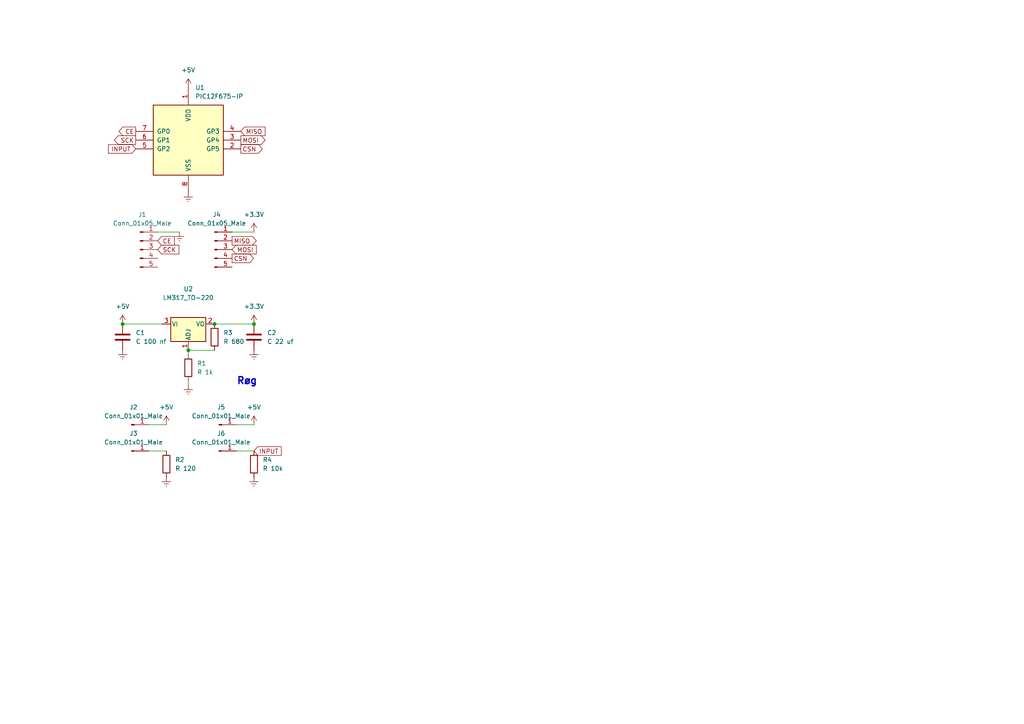
<source format=kicad_sch>
(kicad_sch (version 20230121) (generator eeschema)
  (paper "A4")
  (lib_symbols
    (symbol "Connector:Conn_01x01_Male" (pin_names (offset 1.016) hide)
      (property "Reference" "J" (at 0 2.54 0))
      (property "Value" "Conn_01x01_Male" (at 0 -2.54 0))
      (symbol "Conn_01x01_Male_1_1"
        (polyline (pts (xy 1.27 0) (xy 0.8636 0)) (stroke (width 0.1524)))
        (rectangle (start 0.8636 0.127) (end 0 -0.127) (stroke (width 0.1524)) (fill (type outline)))
        (pin passive line (at 5.08 0 180) (length 3.81) (name "Pin_1") (number "1"))
      )
    )
    (symbol "Connector:Conn_01x05_Male" (pin_names (offset 1.016) hide)
      (property "Reference" "J" (at 0 7.62 0))
      (property "Value" "Conn_01x05_Male" (at 0 -7.62 0))
      (symbol "Conn_01x05_Male_1_1"
        (polyline (pts (xy 1.27 -5.08) (xy 0.8636 -5.08)) (stroke (width 0.1524)))
        (polyline (pts (xy 1.27 -2.54) (xy 0.8636 -2.54)) (stroke (width 0.1524)))
        (polyline (pts (xy 1.27 0) (xy 0.8636 0)) (stroke (width 0.1524)))
        (polyline (pts (xy 1.27 2.54) (xy 0.8636 2.54)) (stroke (width 0.1524)))
        (polyline (pts (xy 1.27 5.08) (xy 0.8636 5.08)) (stroke (width 0.1524)))
        (rectangle (start 0.8636 -4.953) (end 0 -5.207) (stroke (width 0.1524)) (fill (type outline)))
        (rectangle (start 0.8636 -2.413) (end 0 -2.667) (stroke (width 0.1524)) (fill (type outline)))
        (rectangle (start 0.8636 0.127) (end 0 -0.127) (stroke (width 0.1524)) (fill (type outline)))
        (rectangle (start 0.8636 2.667) (end 0 2.413) (stroke (width 0.1524)) (fill (type outline)))
        (rectangle (start 0.8636 5.207) (end 0 4.953) (stroke (width 0.1524)) (fill (type outline)))
        (pin passive line (at 5.08 5.08 180) (length 3.81) (name "Pin_1") (number "1"))
        (pin passive line (at 5.08 2.54 180) (length 3.81) (name "Pin_2") (number "2"))
        (pin passive line (at 5.08 0 180) (length 3.81) (name "Pin_3") (number "3"))
        (pin passive line (at 5.08 -2.54 180) (length 3.81) (name "Pin_4") (number "4"))
        (pin passive line (at 5.08 -5.08 180) (length 3.81) (name "Pin_5") (number "5"))
      )
    )
    (symbol "Device:C" (pin_numbers hide) (pin_names (offset 0.254))
      (property "Reference" "C" (at 0.635 2.54 0))
      (property "Value" "C" (at 0.635 -2.54 0))
      (symbol "C_0_1"
        (polyline (pts (xy -2.032 -0.762) (xy 2.032 -0.762)) (stroke (width 0.508)))
        (polyline (pts (xy -2.032 0.762) (xy 2.032 0.762)) (stroke (width 0.508)))
      )
      (symbol "C_1_1"
        (pin passive line (at 0 3.81 270) (length 2.794) (name "~") (number "1"))
        (pin passive line (at 0 -3.81 90) (length 2.794) (name "~") (number "2"))
      )
    )
    (symbol "Device:R" (pin_numbers hide) (pin_names (offset 0))
      (property "Reference" "R" (at 2.032 0 90))
      (property "Value" "R" (at 0 0 90))
      (symbol "R_0_1"
        (rectangle (start -1.016 -2.54) (end 1.016 2.54) (stroke (width 0.254)))
      )
      (symbol "R_1_1"
        (pin passive line (at 0 3.81 270) (length 1.27) (name "~") (number "1"))
        (pin passive line (at 0 -3.81 90) (length 1.27) (name "~") (number "2"))
      )
    )
    (symbol "MCU_Microchip_PIC12:PIC12F675-IP" (pin_names (offset 1.016))
      (property "Reference" "U" (at 1.27 13.97 0))
      (property "Value" "PIC12F675-IP" (at 1.27 11.43 0))
      (symbol "PIC12F675-IP_0_1"
        (rectangle (start 10.16 -10.16) (end -10.16 10.16) (stroke (width 0.254)) (fill (type background)))
      )
      (symbol "PIC12F675-IP_1_1"
        (pin power_in line (at 0 15.24 270) (length 5.08) (name "VDD") (number "1"))
        (pin bidirectional line (at 15.24 -2.54 180) (length 5.08) (name "GP5") (number "2"))
        (pin bidirectional line (at 15.24 0 180) (length 5.08) (name "GP4") (number "3"))
        (pin input line (at 15.24 2.54 180) (length 5.08) (name "GP3") (number "4"))
        (pin bidirectional line (at -15.24 -2.54 0) (length 5.08) (name "GP2") (number "5"))
        (pin bidirectional line (at -15.24 0 0) (length 5.08) (name "GP1") (number "6"))
        (pin bidirectional line (at -15.24 2.54 0) (length 5.08) (name "GP0") (number "7"))
        (pin power_in line (at 0 -15.24 90) (length 5.08) (name "VSS") (number "8"))
      )
    )
    (symbol "Regulator_Linear:LM317_TO-220" (pin_names (offset 0.254))
      (property "Reference" "U" (at -3.81 3.175 0))
      (property "Value" "LM317_TO-220" (at 0 3.175 0))
      (symbol "LM317_TO-220_0_1"
        (rectangle (start -5.08 1.905) (end 5.08 -5.08) (stroke (width 0.254)) (fill (type background)))
      )
      (symbol "LM317_TO-220_1_1"
        (pin input line (at 0 -7.62 90) (length 2.54) (name "ADJ") (number "1"))
        (pin power_out line (at 7.62 0 180) (length 2.54) (name "VO") (number "2"))
        (pin power_in line (at -7.62 0 0) (length 2.54) (name "VI") (number "3"))
      )
    )
    (symbol "power:+3.3V" (power) (pin_names (offset 0))
      (property "Value" "+3.3V" (at 0 3.556 0))
      (symbol "+3.3V_0_1"
        (polyline (pts (xy -0.762 1.27) (xy 0 2.54)))
        (polyline (pts (xy 0 0) (xy 0 2.54)))
        (polyline (pts (xy 0 2.54) (xy 0.762 1.27)))
      )
      (symbol "+3.3V_1_1"
        (pin power_in line (at 0 0 90) (length 0) hide (name "+3.3V") (number "1"))
      )
    )
    (symbol "power:+5V" (power) (pin_names (offset 0))
      (property "Value" "+5V" (at 0 3.556 0))
      (symbol "+5V_0_1"
        (polyline (pts (xy -0.762 1.27) (xy 0 2.54)))
        (polyline (pts (xy 0 0) (xy 0 2.54)))
        (polyline (pts (xy 0 2.54) (xy 0.762 1.27)))
      )
      (symbol "+5V_1_1"
        (pin power_in line (at 0 0 90) (length 0) hide (name "+5V") (number "1"))
      )
    )
    (symbol "power:Earth" (power) (pin_names (offset 0))
      (symbol "Earth_0_1"
        (polyline (pts (xy -0.635 -1.905) (xy 0.635 -1.905)))
        (polyline (pts (xy -0.127 -2.54) (xy 0.127 -2.54)))
        (polyline (pts (xy 0 -1.27) (xy 0 0)))
        (polyline (pts (xy 1.27 -1.27) (xy -1.27 -1.27)))
      )
      (symbol "Earth_1_1"
        (pin power_in line (at 0 0 270) (length 0) hide (name "Earth") (number "1"))
      )
    )
  )
  (junction (at 35.56 93.98))
  (junction (at 73.66 93.98))
  (junction (at 54.61 101.6))
  (junction (at 62.23 93.98))
  (wire (pts (xy 68.58 123.19) (xy 73.66 123.19)))
  (wire (pts (xy 54.61 110.49) (xy 54.61 111.76)))
  (wire (pts (xy 52.07 67.31) (xy 45.72 67.31)))
  (wire (pts (xy 62.23 93.98) (xy 73.66 93.98)))
  (wire (pts (xy 73.66 67.31) (xy 67.31 67.31)))
  (wire (pts (xy 43.18 130.81) (xy 48.26 130.81)))
  (wire (pts (xy 54.61 101.6) (xy 62.23 101.6)))
  (wire (pts (xy 43.18 123.19) (xy 48.26 123.19)))
  (wire (pts (xy 68.58 130.81) (xy 73.66 130.81)))
  (wire (pts (xy 35.56 93.98) (xy 46.99 93.98)))
  (wire (pts (xy 54.61 102.87) (xy 54.61 101.6)))
  (text "Røg" (at 68.58 111.76 0) (effects (font (size 2 2) (thickness 0.4) bold) (justify left bottom)))
  (global_label "MISO" (shape input) (at 69.85 38.1 0) (property "Intersheetrefs" "${INTERSHEET_REFS}" (effects hide)))
  (global_label "CE" (shape input) (at 45.72 69.85 0) (property "Intersheetrefs" "${INTERSHEET_REFS}" (effects hide)))
  (global_label "INPUT" (shape input) (at 39.37 43.18 180) (property "Intersheetrefs" "${INTERSHEET_REFS}" (effects hide)))
  (global_label "SCK" (shape input) (at 45.72 72.39 0) (property "Intersheetrefs" "${INTERSHEET_REFS}" (effects hide)))
  (global_label "SCK" (shape output) (at 39.37 40.64 180) (property "Intersheetrefs" "${INTERSHEET_REFS}" (effects hide)))
  (global_label "CSN" (shape output) (at 69.85 43.18 0) (property "Intersheetrefs" "${INTERSHEET_REFS}" (effects hide)))
  (global_label "MOSI" (shape input) (at 67.31 72.39 0) (property "Intersheetrefs" "${INTERSHEET_REFS}" (effects hide)))
  (global_label "MISO" (shape output) (at 67.31 69.85 0) (property "Intersheetrefs" "${INTERSHEET_REFS}" (effects hide)))
  (global_label "INPUT" (shape input) (at 73.66 130.81 0) (property "Intersheetrefs" "${INTERSHEET_REFS}" (effects hide)))
  (global_label "MOSI" (shape output) (at 69.85 40.64 0) (property "Intersheetrefs" "${INTERSHEET_REFS}" (effects hide)))
  (global_label "CE" (shape output) (at 39.37 38.1 180) (property "Intersheetrefs" "${INTERSHEET_REFS}" (effects hide)))
  (global_label "CSN" (shape output) (at 67.31 74.93 0) (property "Intersheetrefs" "${INTERSHEET_REFS}" (effects hide)))
  (symbol (lib_id "Device:R") (at 54.61 106.68 0) (unit 1)
    (property "Reference" "R1" (at 57.15 105.4099 0) (effects (justify left)))
    (property "Value" "R 1k" (at 57.15 107.9499 0) (effects (justify left)))
    (property "Footprint" "footprints otg:R_lodret" (effects hide))
  )
  (symbol (lib_id "Connector:Conn_01x01_Male") (at 38.1 123.19 0) (unit 1)
    (property "Reference" "J2" (at 38.735 118.11 0))
    (property "Value" "Conn_01x01_Male" (at 38.735 120.65 0))
    (property "Footprint" "Connector_PinHeader_1.00mm:PinHeader_1x01_P1.00mm_Vertical" (effects hide))
  )
  (symbol (lib_id "power:Earth") (at 48.26 138.43 0) (unit 1)
    (property "Reference" "#PWR08" (effects hide))
    (property "Value" "Earth" (effects hide))
  )
  (symbol (lib_id "Connector:Conn_01x05_Male") (at 40.64 72.39 0) (unit 1)
    (property "Reference" "J1" (at 41.275 62.23 0))
    (property "Value" "Conn_01x05_Male" (at 41.275 64.77 0))
    (property "Footprint" "footprints otg:1x05" (effects hide))
  )
  (symbol (lib_id "Connector:Conn_01x05_Male") (at 62.23 72.39 0) (unit 1)
    (property "Reference" "J4" (at 62.865 62.23 0))
    (property "Value" "Conn_01x05_Male" (at 62.865 64.77 0))
    (property "Footprint" "footprints otg:1x05" (effects hide))
  )
  (symbol (lib_id "Connector:Conn_01x01_Male") (at 63.5 130.81 0) (unit 1)
    (property "Reference" "J6" (at 64.135 125.73 0))
    (property "Value" "Conn_01x01_Male" (at 64.135 128.27 0))
    (property "Footprint" "Connector_PinHeader_1.00mm:PinHeader_1x01_P1.00mm_Vertical" (effects hide))
  )
  (symbol (lib_id "MCU_Microchip_PIC12:PIC12F675-IP") (at 54.61 40.64 0) (unit 1)
    (property "Reference" "U1" (at 56.6294 25.4 0) (effects (justify left)))
    (property "Value" "PIC12F675-IP" (at 56.6294 27.94 0) (effects (justify left)))
    (property "Footprint" "footprints otg:DIP-8" (effects hide))
    (property "Datasheet" "http://ww1.microchip.com/downloads/en/DeviceDoc/41190G.pdf" (effects hide))
  )
  (symbol (lib_id "power:Earth") (at 73.66 101.6 0) (unit 1)
    (property "Reference" "#PWR011" (effects hide))
    (property "Value" "Earth" (effects hide))
  )
  (symbol (lib_id "power:Earth") (at 54.61 111.76 0) (unit 1)
    (property "Reference" "#PWR06" (effects hide))
    (property "Value" "Earth" (effects hide))
  )
  (symbol (lib_id "Device:C") (at 35.56 97.79 0) (unit 1)
    (property "Reference" "C1" (at 39.37 96.5199 0) (effects (justify left)))
    (property "Value" "C 100 nf" (at 39.37 99.0599 0) (effects (justify left)))
    (property "Footprint" "footprints otg:C_7.50mm" (effects hide))
  )
  (symbol (lib_id "Connector:Conn_01x01_Male") (at 63.5 123.19 0) (unit 1)
    (property "Reference" "J5" (at 64.135 118.11 0))
    (property "Value" "Conn_01x01_Male" (at 64.135 120.65 0))
    (property "Footprint" "Connector_PinHeader_1.00mm:PinHeader_1x01_P1.00mm_Vertical" (effects hide))
  )
  (symbol (lib_id "power:+5V") (at 35.56 93.98 0) (unit 1)
    (property "Reference" "#PWR01" (effects hide))
    (property "Value" "+5V" (at 35.56 88.9 0))
  )
  (symbol (lib_id "power:Earth") (at 73.66 138.43 0) (unit 1)
    (property "Reference" "#PWR013" (effects hide))
    (property "Value" "Earth" (effects hide))
  )
  (symbol (lib_id "Connector:Conn_01x01_Male") (at 38.1 130.81 0) (unit 1)
    (property "Reference" "J3" (at 38.735 125.73 0))
    (property "Value" "Conn_01x01_Male" (at 38.735 128.27 0))
    (property "Footprint" "Connector_PinHeader_1.00mm:PinHeader_1x01_P1.00mm_Vertical" (effects hide))
  )
  (symbol (lib_id "power:+5V") (at 48.26 123.19 0) (unit 1)
    (property "Reference" "#PWR07" (effects hide))
    (property "Value" "+5V" (at 48.26 118.11 0))
  )
  (symbol (lib_id "power:Earth") (at 35.56 101.6 0) (unit 1)
    (property "Reference" "#PWR02" (effects hide))
    (property "Value" "Earth" (effects hide))
  )
  (symbol (lib_id "Device:R") (at 62.23 97.79 0) (unit 1)
    (property "Reference" "R3" (at 64.77 96.5199 0) (effects (justify left)))
    (property "Value" "R 680" (at 64.77 99.0599 0) (effects (justify left)))
    (property "Footprint" "footprints otg:R_lodret" (effects hide))
  )
  (symbol (lib_id "Device:R") (at 48.26 134.62 0) (unit 1)
    (property "Reference" "R2" (at 50.8 133.3499 0) (effects (justify left)))
    (property "Value" "R 120" (at 50.8 135.8899 0) (effects (justify left)))
    (property "Footprint" "footprints otg:R_lodret" (effects hide))
  )
  (symbol (lib_id "power:Earth") (at 52.07 67.31 0) (unit 1)
    (property "Reference" "#PWR03" (effects hide))
    (property "Value" "Earth" (effects hide))
  )
  (symbol (lib_id "Device:C") (at 73.66 97.79 0) (unit 1)
    (property "Reference" "C2" (at 77.47 96.5199 0) (effects (justify left)))
    (property "Value" "C 22 uf" (at 77.47 99.0599 0) (effects (justify left)))
    (property "Footprint" "footprints otg:C_7.50mm" (effects hide))
  )
  (symbol (lib_id "power:+5V") (at 54.61 25.4 0) (unit 1)
    (property "Reference" "#PWR04" (effects hide))
    (property "Value" "+5V" (at 54.61 20.32 0))
  )
  (symbol (lib_id "power:Earth") (at 54.61 55.88 0) (unit 1)
    (property "Reference" "#PWR05" (effects hide))
    (property "Value" "Earth" (effects hide))
  )
  (symbol (lib_id "Device:R") (at 73.66 134.62 0) (unit 1)
    (property "Reference" "R4" (at 76.2 133.3499 0) (effects (justify left)))
    (property "Value" "R 10k" (at 76.2 135.8899 0) (effects (justify left)))
    (property "Footprint" "footprints otg:R_lodret" (effects hide))
  )
  (symbol (lib_id "Regulator_Linear:LM317_TO-220") (at 54.61 93.98 0) (unit 1)
    (property "Reference" "U2" (at 54.61 83.82 0))
    (property "Value" "LM317_TO-220" (at 54.61 86.36 0))
    (property "Footprint" "footprints otg:TO-220-lodret" (effects hide))
    (property "Datasheet" "http://www.ti.com/lit/ds/symlink/lm317.pdf" (effects hide))
  )
  (symbol (lib_id "power:+3.3V") (at 73.66 93.98 0) (unit 1)
    (property "Reference" "#PWR010" (effects hide))
    (property "Value" "+3.3V" (at 73.66 88.9 0))
  )
  (symbol (lib_id "power:+5V") (at 73.66 123.19 0) (unit 1)
    (property "Reference" "#PWR012" (effects hide))
    (property "Value" "+5V" (at 73.66 118.11 0))
  )
  (symbol (lib_id "power:+3.3V") (at 73.66 67.31 0) (unit 1)
    (property "Reference" "#PWR09" (effects hide))
    (property "Value" "+3.3V" (at 73.66 62.23 0))
  )
)
</source>
